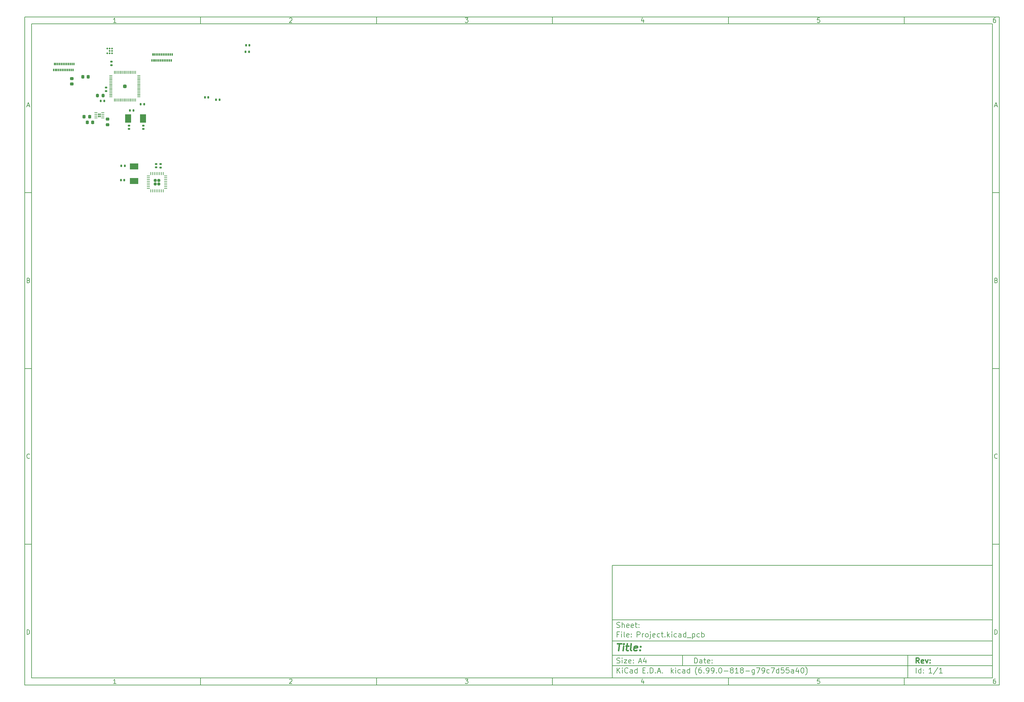
<source format=gbr>
%TF.GenerationSoftware,KiCad,Pcbnew,(6.99.0-818-g79c7d55a40)*%
%TF.CreationDate,2022-02-14T22:26:38+08:00*%
%TF.ProjectId,Project,50726f6a-6563-4742-9e6b-696361645f70,rev?*%
%TF.SameCoordinates,Original*%
%TF.FileFunction,Paste,Top*%
%TF.FilePolarity,Positive*%
%FSLAX46Y46*%
G04 Gerber Fmt 4.6, Leading zero omitted, Abs format (unit mm)*
G04 Created by KiCad (PCBNEW (6.99.0-818-g79c7d55a40)) date 2022-02-14 22:26:38*
%MOMM*%
%LPD*%
G01*
G04 APERTURE LIST*
G04 Aperture macros list*
%AMRoundRect*
0 Rectangle with rounded corners*
0 $1 Rounding radius*
0 $2 $3 $4 $5 $6 $7 $8 $9 X,Y pos of 4 corners*
0 Add a 4 corners polygon primitive as box body*
4,1,4,$2,$3,$4,$5,$6,$7,$8,$9,$2,$3,0*
0 Add four circle primitives for the rounded corners*
1,1,$1+$1,$2,$3*
1,1,$1+$1,$4,$5*
1,1,$1+$1,$6,$7*
1,1,$1+$1,$8,$9*
0 Add four rect primitives between the rounded corners*
20,1,$1+$1,$2,$3,$4,$5,0*
20,1,$1+$1,$4,$5,$6,$7,0*
20,1,$1+$1,$6,$7,$8,$9,0*
20,1,$1+$1,$8,$9,$2,$3,0*%
G04 Aperture macros list end*
%ADD10C,0.100000*%
%ADD11C,0.150000*%
%ADD12C,0.300000*%
%ADD13C,0.400000*%
%ADD14R,0.300000X0.700000*%
%ADD15RoundRect,0.140000X-0.140000X-0.170000X0.140000X-0.170000X0.140000X0.170000X-0.140000X0.170000X0*%
%ADD16C,0.500000*%
%ADD17RoundRect,0.250000X0.253488X0.253488X-0.253488X0.253488X-0.253488X-0.253488X0.253488X-0.253488X0*%
%ADD18RoundRect,0.050000X0.350000X0.050000X-0.350000X0.050000X-0.350000X-0.050000X0.350000X-0.050000X0*%
%ADD19RoundRect,0.050000X0.050000X0.350000X-0.050000X0.350000X-0.050000X-0.350000X0.050000X-0.350000X0*%
%ADD20R,2.400000X1.800000*%
%ADD21RoundRect,0.140000X0.170000X-0.140000X0.170000X0.140000X-0.170000X0.140000X-0.170000X-0.140000X0*%
%ADD22RoundRect,0.201557X-0.201556X0.201556X-0.201556X-0.201556X0.201556X-0.201556X0.201556X0.201556X0*%
%ADD23RoundRect,0.062500X-0.062500X0.375000X-0.062500X-0.375000X0.062500X-0.375000X0.062500X0.375000X0*%
%ADD24RoundRect,0.062500X-0.375000X0.062500X-0.375000X-0.062500X0.375000X-0.062500X0.375000X0.062500X0*%
%ADD25RoundRect,0.135000X0.185000X-0.135000X0.185000X0.135000X-0.185000X0.135000X-0.185000X-0.135000X0*%
%ADD26RoundRect,0.135000X-0.135000X-0.185000X0.135000X-0.185000X0.135000X0.185000X-0.135000X0.185000X0*%
%ADD27R,1.800000X2.400000*%
%ADD28RoundRect,0.225000X-0.225000X-0.250000X0.225000X-0.250000X0.225000X0.250000X-0.225000X0.250000X0*%
%ADD29RoundRect,0.218750X-0.256250X0.218750X-0.256250X-0.218750X0.256250X-0.218750X0.256250X0.218750X0*%
%ADD30RoundRect,0.080000X-0.080000X-0.160000X0.080000X-0.160000X0.080000X0.160000X-0.080000X0.160000X0*%
%ADD31RoundRect,0.062500X-0.325000X-0.062500X0.325000X-0.062500X0.325000X0.062500X-0.325000X0.062500X0*%
%ADD32RoundRect,0.200000X-0.200000X-0.275000X0.200000X-0.275000X0.200000X0.275000X-0.200000X0.275000X0*%
%ADD33RoundRect,0.218750X-0.218750X-0.256250X0.218750X-0.256250X0.218750X0.256250X-0.218750X0.256250X0*%
%ADD34RoundRect,0.225000X0.250000X-0.225000X0.250000X0.225000X-0.250000X0.225000X-0.250000X-0.225000X0*%
G04 APERTURE END LIST*
D10*
D11*
X177002200Y-166007200D02*
X177002200Y-198007200D01*
X285002200Y-198007200D01*
X285002200Y-166007200D01*
X177002200Y-166007200D01*
D10*
D11*
X10000000Y-10000000D02*
X10000000Y-200007200D01*
X287002200Y-200007200D01*
X287002200Y-10000000D01*
X10000000Y-10000000D01*
D10*
D11*
X12000000Y-12000000D02*
X12000000Y-198007200D01*
X285002200Y-198007200D01*
X285002200Y-12000000D01*
X12000000Y-12000000D01*
D10*
D11*
X60000000Y-12000000D02*
X60000000Y-10000000D01*
D10*
D11*
X110000000Y-12000000D02*
X110000000Y-10000000D01*
D10*
D11*
X160000000Y-12000000D02*
X160000000Y-10000000D01*
D10*
D11*
X210000000Y-12000000D02*
X210000000Y-10000000D01*
D10*
D11*
X260000000Y-12000000D02*
X260000000Y-10000000D01*
D10*
D11*
X35990476Y-11588095D02*
X35247619Y-11588095D01*
X35619047Y-11588095D02*
X35619047Y-10288095D01*
X35619047Y-10288095D02*
X35495238Y-10473809D01*
X35495238Y-10473809D02*
X35371428Y-10597619D01*
X35371428Y-10597619D02*
X35247619Y-10659523D01*
D10*
D11*
X85247619Y-10411904D02*
X85309523Y-10350000D01*
X85309523Y-10350000D02*
X85433333Y-10288095D01*
X85433333Y-10288095D02*
X85742857Y-10288095D01*
X85742857Y-10288095D02*
X85866666Y-10350000D01*
X85866666Y-10350000D02*
X85928571Y-10411904D01*
X85928571Y-10411904D02*
X85990476Y-10535714D01*
X85990476Y-10535714D02*
X85990476Y-10659523D01*
X85990476Y-10659523D02*
X85928571Y-10845238D01*
X85928571Y-10845238D02*
X85185714Y-11588095D01*
X85185714Y-11588095D02*
X85990476Y-11588095D01*
D10*
D11*
X135185714Y-10288095D02*
X135990476Y-10288095D01*
X135990476Y-10288095D02*
X135557142Y-10783333D01*
X135557142Y-10783333D02*
X135742857Y-10783333D01*
X135742857Y-10783333D02*
X135866666Y-10845238D01*
X135866666Y-10845238D02*
X135928571Y-10907142D01*
X135928571Y-10907142D02*
X135990476Y-11030952D01*
X135990476Y-11030952D02*
X135990476Y-11340476D01*
X135990476Y-11340476D02*
X135928571Y-11464285D01*
X135928571Y-11464285D02*
X135866666Y-11526190D01*
X135866666Y-11526190D02*
X135742857Y-11588095D01*
X135742857Y-11588095D02*
X135371428Y-11588095D01*
X135371428Y-11588095D02*
X135247619Y-11526190D01*
X135247619Y-11526190D02*
X135185714Y-11464285D01*
D10*
D11*
X185866666Y-10721428D02*
X185866666Y-11588095D01*
X185557142Y-10226190D02*
X185247619Y-11154761D01*
X185247619Y-11154761D02*
X186052380Y-11154761D01*
D10*
D11*
X235928571Y-10288095D02*
X235309523Y-10288095D01*
X235309523Y-10288095D02*
X235247619Y-10907142D01*
X235247619Y-10907142D02*
X235309523Y-10845238D01*
X235309523Y-10845238D02*
X235433333Y-10783333D01*
X235433333Y-10783333D02*
X235742857Y-10783333D01*
X235742857Y-10783333D02*
X235866666Y-10845238D01*
X235866666Y-10845238D02*
X235928571Y-10907142D01*
X235928571Y-10907142D02*
X235990476Y-11030952D01*
X235990476Y-11030952D02*
X235990476Y-11340476D01*
X235990476Y-11340476D02*
X235928571Y-11464285D01*
X235928571Y-11464285D02*
X235866666Y-11526190D01*
X235866666Y-11526190D02*
X235742857Y-11588095D01*
X235742857Y-11588095D02*
X235433333Y-11588095D01*
X235433333Y-11588095D02*
X235309523Y-11526190D01*
X235309523Y-11526190D02*
X235247619Y-11464285D01*
D10*
D11*
X285866666Y-10288095D02*
X285619047Y-10288095D01*
X285619047Y-10288095D02*
X285495238Y-10350000D01*
X285495238Y-10350000D02*
X285433333Y-10411904D01*
X285433333Y-10411904D02*
X285309523Y-10597619D01*
X285309523Y-10597619D02*
X285247619Y-10845238D01*
X285247619Y-10845238D02*
X285247619Y-11340476D01*
X285247619Y-11340476D02*
X285309523Y-11464285D01*
X285309523Y-11464285D02*
X285371428Y-11526190D01*
X285371428Y-11526190D02*
X285495238Y-11588095D01*
X285495238Y-11588095D02*
X285742857Y-11588095D01*
X285742857Y-11588095D02*
X285866666Y-11526190D01*
X285866666Y-11526190D02*
X285928571Y-11464285D01*
X285928571Y-11464285D02*
X285990476Y-11340476D01*
X285990476Y-11340476D02*
X285990476Y-11030952D01*
X285990476Y-11030952D02*
X285928571Y-10907142D01*
X285928571Y-10907142D02*
X285866666Y-10845238D01*
X285866666Y-10845238D02*
X285742857Y-10783333D01*
X285742857Y-10783333D02*
X285495238Y-10783333D01*
X285495238Y-10783333D02*
X285371428Y-10845238D01*
X285371428Y-10845238D02*
X285309523Y-10907142D01*
X285309523Y-10907142D02*
X285247619Y-11030952D01*
D10*
D11*
X60000000Y-198007200D02*
X60000000Y-200007200D01*
D10*
D11*
X110000000Y-198007200D02*
X110000000Y-200007200D01*
D10*
D11*
X160000000Y-198007200D02*
X160000000Y-200007200D01*
D10*
D11*
X210000000Y-198007200D02*
X210000000Y-200007200D01*
D10*
D11*
X260000000Y-198007200D02*
X260000000Y-200007200D01*
D10*
D11*
X35990476Y-199595295D02*
X35247619Y-199595295D01*
X35619047Y-199595295D02*
X35619047Y-198295295D01*
X35619047Y-198295295D02*
X35495238Y-198481009D01*
X35495238Y-198481009D02*
X35371428Y-198604819D01*
X35371428Y-198604819D02*
X35247619Y-198666723D01*
D10*
D11*
X85247619Y-198419104D02*
X85309523Y-198357200D01*
X85309523Y-198357200D02*
X85433333Y-198295295D01*
X85433333Y-198295295D02*
X85742857Y-198295295D01*
X85742857Y-198295295D02*
X85866666Y-198357200D01*
X85866666Y-198357200D02*
X85928571Y-198419104D01*
X85928571Y-198419104D02*
X85990476Y-198542914D01*
X85990476Y-198542914D02*
X85990476Y-198666723D01*
X85990476Y-198666723D02*
X85928571Y-198852438D01*
X85928571Y-198852438D02*
X85185714Y-199595295D01*
X85185714Y-199595295D02*
X85990476Y-199595295D01*
D10*
D11*
X135185714Y-198295295D02*
X135990476Y-198295295D01*
X135990476Y-198295295D02*
X135557142Y-198790533D01*
X135557142Y-198790533D02*
X135742857Y-198790533D01*
X135742857Y-198790533D02*
X135866666Y-198852438D01*
X135866666Y-198852438D02*
X135928571Y-198914342D01*
X135928571Y-198914342D02*
X135990476Y-199038152D01*
X135990476Y-199038152D02*
X135990476Y-199347676D01*
X135990476Y-199347676D02*
X135928571Y-199471485D01*
X135928571Y-199471485D02*
X135866666Y-199533390D01*
X135866666Y-199533390D02*
X135742857Y-199595295D01*
X135742857Y-199595295D02*
X135371428Y-199595295D01*
X135371428Y-199595295D02*
X135247619Y-199533390D01*
X135247619Y-199533390D02*
X135185714Y-199471485D01*
D10*
D11*
X185866666Y-198728628D02*
X185866666Y-199595295D01*
X185557142Y-198233390D02*
X185247619Y-199161961D01*
X185247619Y-199161961D02*
X186052380Y-199161961D01*
D10*
D11*
X235928571Y-198295295D02*
X235309523Y-198295295D01*
X235309523Y-198295295D02*
X235247619Y-198914342D01*
X235247619Y-198914342D02*
X235309523Y-198852438D01*
X235309523Y-198852438D02*
X235433333Y-198790533D01*
X235433333Y-198790533D02*
X235742857Y-198790533D01*
X235742857Y-198790533D02*
X235866666Y-198852438D01*
X235866666Y-198852438D02*
X235928571Y-198914342D01*
X235928571Y-198914342D02*
X235990476Y-199038152D01*
X235990476Y-199038152D02*
X235990476Y-199347676D01*
X235990476Y-199347676D02*
X235928571Y-199471485D01*
X235928571Y-199471485D02*
X235866666Y-199533390D01*
X235866666Y-199533390D02*
X235742857Y-199595295D01*
X235742857Y-199595295D02*
X235433333Y-199595295D01*
X235433333Y-199595295D02*
X235309523Y-199533390D01*
X235309523Y-199533390D02*
X235247619Y-199471485D01*
D10*
D11*
X285866666Y-198295295D02*
X285619047Y-198295295D01*
X285619047Y-198295295D02*
X285495238Y-198357200D01*
X285495238Y-198357200D02*
X285433333Y-198419104D01*
X285433333Y-198419104D02*
X285309523Y-198604819D01*
X285309523Y-198604819D02*
X285247619Y-198852438D01*
X285247619Y-198852438D02*
X285247619Y-199347676D01*
X285247619Y-199347676D02*
X285309523Y-199471485D01*
X285309523Y-199471485D02*
X285371428Y-199533390D01*
X285371428Y-199533390D02*
X285495238Y-199595295D01*
X285495238Y-199595295D02*
X285742857Y-199595295D01*
X285742857Y-199595295D02*
X285866666Y-199533390D01*
X285866666Y-199533390D02*
X285928571Y-199471485D01*
X285928571Y-199471485D02*
X285990476Y-199347676D01*
X285990476Y-199347676D02*
X285990476Y-199038152D01*
X285990476Y-199038152D02*
X285928571Y-198914342D01*
X285928571Y-198914342D02*
X285866666Y-198852438D01*
X285866666Y-198852438D02*
X285742857Y-198790533D01*
X285742857Y-198790533D02*
X285495238Y-198790533D01*
X285495238Y-198790533D02*
X285371428Y-198852438D01*
X285371428Y-198852438D02*
X285309523Y-198914342D01*
X285309523Y-198914342D02*
X285247619Y-199038152D01*
D10*
D11*
X10000000Y-60000000D02*
X12000000Y-60000000D01*
D10*
D11*
X10000000Y-110000000D02*
X12000000Y-110000000D01*
D10*
D11*
X10000000Y-160000000D02*
X12000000Y-160000000D01*
D10*
D11*
X10690476Y-35216666D02*
X11309523Y-35216666D01*
X10566666Y-35588095D02*
X10999999Y-34288095D01*
X10999999Y-34288095D02*
X11433333Y-35588095D01*
D10*
D11*
X11092857Y-84907142D02*
X11278571Y-84969047D01*
X11278571Y-84969047D02*
X11340476Y-85030952D01*
X11340476Y-85030952D02*
X11402380Y-85154761D01*
X11402380Y-85154761D02*
X11402380Y-85340476D01*
X11402380Y-85340476D02*
X11340476Y-85464285D01*
X11340476Y-85464285D02*
X11278571Y-85526190D01*
X11278571Y-85526190D02*
X11154761Y-85588095D01*
X11154761Y-85588095D02*
X10659523Y-85588095D01*
X10659523Y-85588095D02*
X10659523Y-84288095D01*
X10659523Y-84288095D02*
X11092857Y-84288095D01*
X11092857Y-84288095D02*
X11216666Y-84350000D01*
X11216666Y-84350000D02*
X11278571Y-84411904D01*
X11278571Y-84411904D02*
X11340476Y-84535714D01*
X11340476Y-84535714D02*
X11340476Y-84659523D01*
X11340476Y-84659523D02*
X11278571Y-84783333D01*
X11278571Y-84783333D02*
X11216666Y-84845238D01*
X11216666Y-84845238D02*
X11092857Y-84907142D01*
X11092857Y-84907142D02*
X10659523Y-84907142D01*
D10*
D11*
X11402380Y-135464285D02*
X11340476Y-135526190D01*
X11340476Y-135526190D02*
X11154761Y-135588095D01*
X11154761Y-135588095D02*
X11030952Y-135588095D01*
X11030952Y-135588095D02*
X10845238Y-135526190D01*
X10845238Y-135526190D02*
X10721428Y-135402380D01*
X10721428Y-135402380D02*
X10659523Y-135278571D01*
X10659523Y-135278571D02*
X10597619Y-135030952D01*
X10597619Y-135030952D02*
X10597619Y-134845238D01*
X10597619Y-134845238D02*
X10659523Y-134597619D01*
X10659523Y-134597619D02*
X10721428Y-134473809D01*
X10721428Y-134473809D02*
X10845238Y-134350000D01*
X10845238Y-134350000D02*
X11030952Y-134288095D01*
X11030952Y-134288095D02*
X11154761Y-134288095D01*
X11154761Y-134288095D02*
X11340476Y-134350000D01*
X11340476Y-134350000D02*
X11402380Y-134411904D01*
D10*
D11*
X10659523Y-185588095D02*
X10659523Y-184288095D01*
X10659523Y-184288095D02*
X10969047Y-184288095D01*
X10969047Y-184288095D02*
X11154761Y-184350000D01*
X11154761Y-184350000D02*
X11278571Y-184473809D01*
X11278571Y-184473809D02*
X11340476Y-184597619D01*
X11340476Y-184597619D02*
X11402380Y-184845238D01*
X11402380Y-184845238D02*
X11402380Y-185030952D01*
X11402380Y-185030952D02*
X11340476Y-185278571D01*
X11340476Y-185278571D02*
X11278571Y-185402380D01*
X11278571Y-185402380D02*
X11154761Y-185526190D01*
X11154761Y-185526190D02*
X10969047Y-185588095D01*
X10969047Y-185588095D02*
X10659523Y-185588095D01*
D10*
D11*
X287002200Y-60000000D02*
X285002200Y-60000000D01*
D10*
D11*
X287002200Y-110000000D02*
X285002200Y-110000000D01*
D10*
D11*
X287002200Y-160000000D02*
X285002200Y-160000000D01*
D10*
D11*
X285692676Y-35216666D02*
X286311723Y-35216666D01*
X285568866Y-35588095D02*
X286002199Y-34288095D01*
X286002199Y-34288095D02*
X286435533Y-35588095D01*
D10*
D11*
X286095057Y-84907142D02*
X286280771Y-84969047D01*
X286280771Y-84969047D02*
X286342676Y-85030952D01*
X286342676Y-85030952D02*
X286404580Y-85154761D01*
X286404580Y-85154761D02*
X286404580Y-85340476D01*
X286404580Y-85340476D02*
X286342676Y-85464285D01*
X286342676Y-85464285D02*
X286280771Y-85526190D01*
X286280771Y-85526190D02*
X286156961Y-85588095D01*
X286156961Y-85588095D02*
X285661723Y-85588095D01*
X285661723Y-85588095D02*
X285661723Y-84288095D01*
X285661723Y-84288095D02*
X286095057Y-84288095D01*
X286095057Y-84288095D02*
X286218866Y-84350000D01*
X286218866Y-84350000D02*
X286280771Y-84411904D01*
X286280771Y-84411904D02*
X286342676Y-84535714D01*
X286342676Y-84535714D02*
X286342676Y-84659523D01*
X286342676Y-84659523D02*
X286280771Y-84783333D01*
X286280771Y-84783333D02*
X286218866Y-84845238D01*
X286218866Y-84845238D02*
X286095057Y-84907142D01*
X286095057Y-84907142D02*
X285661723Y-84907142D01*
D10*
D11*
X286404580Y-135464285D02*
X286342676Y-135526190D01*
X286342676Y-135526190D02*
X286156961Y-135588095D01*
X286156961Y-135588095D02*
X286033152Y-135588095D01*
X286033152Y-135588095D02*
X285847438Y-135526190D01*
X285847438Y-135526190D02*
X285723628Y-135402380D01*
X285723628Y-135402380D02*
X285661723Y-135278571D01*
X285661723Y-135278571D02*
X285599819Y-135030952D01*
X285599819Y-135030952D02*
X285599819Y-134845238D01*
X285599819Y-134845238D02*
X285661723Y-134597619D01*
X285661723Y-134597619D02*
X285723628Y-134473809D01*
X285723628Y-134473809D02*
X285847438Y-134350000D01*
X285847438Y-134350000D02*
X286033152Y-134288095D01*
X286033152Y-134288095D02*
X286156961Y-134288095D01*
X286156961Y-134288095D02*
X286342676Y-134350000D01*
X286342676Y-134350000D02*
X286404580Y-134411904D01*
D10*
D11*
X285661723Y-185588095D02*
X285661723Y-184288095D01*
X285661723Y-184288095D02*
X285971247Y-184288095D01*
X285971247Y-184288095D02*
X286156961Y-184350000D01*
X286156961Y-184350000D02*
X286280771Y-184473809D01*
X286280771Y-184473809D02*
X286342676Y-184597619D01*
X286342676Y-184597619D02*
X286404580Y-184845238D01*
X286404580Y-184845238D02*
X286404580Y-185030952D01*
X286404580Y-185030952D02*
X286342676Y-185278571D01*
X286342676Y-185278571D02*
X286280771Y-185402380D01*
X286280771Y-185402380D02*
X286156961Y-185526190D01*
X286156961Y-185526190D02*
X285971247Y-185588095D01*
X285971247Y-185588095D02*
X285661723Y-185588095D01*
D10*
D11*
X200359342Y-193785771D02*
X200359342Y-192285771D01*
X200359342Y-192285771D02*
X200716485Y-192285771D01*
X200716485Y-192285771D02*
X200930771Y-192357200D01*
X200930771Y-192357200D02*
X201073628Y-192500057D01*
X201073628Y-192500057D02*
X201145057Y-192642914D01*
X201145057Y-192642914D02*
X201216485Y-192928628D01*
X201216485Y-192928628D02*
X201216485Y-193142914D01*
X201216485Y-193142914D02*
X201145057Y-193428628D01*
X201145057Y-193428628D02*
X201073628Y-193571485D01*
X201073628Y-193571485D02*
X200930771Y-193714342D01*
X200930771Y-193714342D02*
X200716485Y-193785771D01*
X200716485Y-193785771D02*
X200359342Y-193785771D01*
X202502200Y-193785771D02*
X202502200Y-193000057D01*
X202502200Y-193000057D02*
X202430771Y-192857200D01*
X202430771Y-192857200D02*
X202287914Y-192785771D01*
X202287914Y-192785771D02*
X202002200Y-192785771D01*
X202002200Y-192785771D02*
X201859342Y-192857200D01*
X202502200Y-193714342D02*
X202359342Y-193785771D01*
X202359342Y-193785771D02*
X202002200Y-193785771D01*
X202002200Y-193785771D02*
X201859342Y-193714342D01*
X201859342Y-193714342D02*
X201787914Y-193571485D01*
X201787914Y-193571485D02*
X201787914Y-193428628D01*
X201787914Y-193428628D02*
X201859342Y-193285771D01*
X201859342Y-193285771D02*
X202002200Y-193214342D01*
X202002200Y-193214342D02*
X202359342Y-193214342D01*
X202359342Y-193214342D02*
X202502200Y-193142914D01*
X203002200Y-192785771D02*
X203573628Y-192785771D01*
X203216485Y-192285771D02*
X203216485Y-193571485D01*
X203216485Y-193571485D02*
X203287914Y-193714342D01*
X203287914Y-193714342D02*
X203430771Y-193785771D01*
X203430771Y-193785771D02*
X203573628Y-193785771D01*
X204645057Y-193714342D02*
X204502200Y-193785771D01*
X204502200Y-193785771D02*
X204216486Y-193785771D01*
X204216486Y-193785771D02*
X204073628Y-193714342D01*
X204073628Y-193714342D02*
X204002200Y-193571485D01*
X204002200Y-193571485D02*
X204002200Y-193000057D01*
X204002200Y-193000057D02*
X204073628Y-192857200D01*
X204073628Y-192857200D02*
X204216486Y-192785771D01*
X204216486Y-192785771D02*
X204502200Y-192785771D01*
X204502200Y-192785771D02*
X204645057Y-192857200D01*
X204645057Y-192857200D02*
X204716486Y-193000057D01*
X204716486Y-193000057D02*
X204716486Y-193142914D01*
X204716486Y-193142914D02*
X204002200Y-193285771D01*
X205359342Y-193642914D02*
X205430771Y-193714342D01*
X205430771Y-193714342D02*
X205359342Y-193785771D01*
X205359342Y-193785771D02*
X205287914Y-193714342D01*
X205287914Y-193714342D02*
X205359342Y-193642914D01*
X205359342Y-193642914D02*
X205359342Y-193785771D01*
X205359342Y-192857200D02*
X205430771Y-192928628D01*
X205430771Y-192928628D02*
X205359342Y-193000057D01*
X205359342Y-193000057D02*
X205287914Y-192928628D01*
X205287914Y-192928628D02*
X205359342Y-192857200D01*
X205359342Y-192857200D02*
X205359342Y-193000057D01*
D10*
D11*
X177002200Y-194507200D02*
X285002200Y-194507200D01*
D10*
D11*
X178359342Y-196585771D02*
X178359342Y-195085771D01*
X179216485Y-196585771D02*
X178573628Y-195728628D01*
X179216485Y-195085771D02*
X178359342Y-195942914D01*
X179859342Y-196585771D02*
X179859342Y-195585771D01*
X179859342Y-195085771D02*
X179787914Y-195157200D01*
X179787914Y-195157200D02*
X179859342Y-195228628D01*
X179859342Y-195228628D02*
X179930771Y-195157200D01*
X179930771Y-195157200D02*
X179859342Y-195085771D01*
X179859342Y-195085771D02*
X179859342Y-195228628D01*
X181430771Y-196442914D02*
X181359343Y-196514342D01*
X181359343Y-196514342D02*
X181145057Y-196585771D01*
X181145057Y-196585771D02*
X181002200Y-196585771D01*
X181002200Y-196585771D02*
X180787914Y-196514342D01*
X180787914Y-196514342D02*
X180645057Y-196371485D01*
X180645057Y-196371485D02*
X180573628Y-196228628D01*
X180573628Y-196228628D02*
X180502200Y-195942914D01*
X180502200Y-195942914D02*
X180502200Y-195728628D01*
X180502200Y-195728628D02*
X180573628Y-195442914D01*
X180573628Y-195442914D02*
X180645057Y-195300057D01*
X180645057Y-195300057D02*
X180787914Y-195157200D01*
X180787914Y-195157200D02*
X181002200Y-195085771D01*
X181002200Y-195085771D02*
X181145057Y-195085771D01*
X181145057Y-195085771D02*
X181359343Y-195157200D01*
X181359343Y-195157200D02*
X181430771Y-195228628D01*
X182716486Y-196585771D02*
X182716486Y-195800057D01*
X182716486Y-195800057D02*
X182645057Y-195657200D01*
X182645057Y-195657200D02*
X182502200Y-195585771D01*
X182502200Y-195585771D02*
X182216486Y-195585771D01*
X182216486Y-195585771D02*
X182073628Y-195657200D01*
X182716486Y-196514342D02*
X182573628Y-196585771D01*
X182573628Y-196585771D02*
X182216486Y-196585771D01*
X182216486Y-196585771D02*
X182073628Y-196514342D01*
X182073628Y-196514342D02*
X182002200Y-196371485D01*
X182002200Y-196371485D02*
X182002200Y-196228628D01*
X182002200Y-196228628D02*
X182073628Y-196085771D01*
X182073628Y-196085771D02*
X182216486Y-196014342D01*
X182216486Y-196014342D02*
X182573628Y-196014342D01*
X182573628Y-196014342D02*
X182716486Y-195942914D01*
X184073629Y-196585771D02*
X184073629Y-195085771D01*
X184073629Y-196514342D02*
X183930771Y-196585771D01*
X183930771Y-196585771D02*
X183645057Y-196585771D01*
X183645057Y-196585771D02*
X183502200Y-196514342D01*
X183502200Y-196514342D02*
X183430771Y-196442914D01*
X183430771Y-196442914D02*
X183359343Y-196300057D01*
X183359343Y-196300057D02*
X183359343Y-195871485D01*
X183359343Y-195871485D02*
X183430771Y-195728628D01*
X183430771Y-195728628D02*
X183502200Y-195657200D01*
X183502200Y-195657200D02*
X183645057Y-195585771D01*
X183645057Y-195585771D02*
X183930771Y-195585771D01*
X183930771Y-195585771D02*
X184073629Y-195657200D01*
X185687914Y-195800057D02*
X186187914Y-195800057D01*
X186402200Y-196585771D02*
X185687914Y-196585771D01*
X185687914Y-196585771D02*
X185687914Y-195085771D01*
X185687914Y-195085771D02*
X186402200Y-195085771D01*
X187045057Y-196442914D02*
X187116486Y-196514342D01*
X187116486Y-196514342D02*
X187045057Y-196585771D01*
X187045057Y-196585771D02*
X186973629Y-196514342D01*
X186973629Y-196514342D02*
X187045057Y-196442914D01*
X187045057Y-196442914D02*
X187045057Y-196585771D01*
X187759343Y-196585771D02*
X187759343Y-195085771D01*
X187759343Y-195085771D02*
X188116486Y-195085771D01*
X188116486Y-195085771D02*
X188330772Y-195157200D01*
X188330772Y-195157200D02*
X188473629Y-195300057D01*
X188473629Y-195300057D02*
X188545058Y-195442914D01*
X188545058Y-195442914D02*
X188616486Y-195728628D01*
X188616486Y-195728628D02*
X188616486Y-195942914D01*
X188616486Y-195942914D02*
X188545058Y-196228628D01*
X188545058Y-196228628D02*
X188473629Y-196371485D01*
X188473629Y-196371485D02*
X188330772Y-196514342D01*
X188330772Y-196514342D02*
X188116486Y-196585771D01*
X188116486Y-196585771D02*
X187759343Y-196585771D01*
X189259343Y-196442914D02*
X189330772Y-196514342D01*
X189330772Y-196514342D02*
X189259343Y-196585771D01*
X189259343Y-196585771D02*
X189187915Y-196514342D01*
X189187915Y-196514342D02*
X189259343Y-196442914D01*
X189259343Y-196442914D02*
X189259343Y-196585771D01*
X189902201Y-196157200D02*
X190616487Y-196157200D01*
X189759344Y-196585771D02*
X190259344Y-195085771D01*
X190259344Y-195085771D02*
X190759344Y-196585771D01*
X191259343Y-196442914D02*
X191330772Y-196514342D01*
X191330772Y-196514342D02*
X191259343Y-196585771D01*
X191259343Y-196585771D02*
X191187915Y-196514342D01*
X191187915Y-196514342D02*
X191259343Y-196442914D01*
X191259343Y-196442914D02*
X191259343Y-196585771D01*
X193773629Y-196585771D02*
X193773629Y-195085771D01*
X193916487Y-196014342D02*
X194345058Y-196585771D01*
X194345058Y-195585771D02*
X193773629Y-196157200D01*
X194987915Y-196585771D02*
X194987915Y-195585771D01*
X194987915Y-195085771D02*
X194916487Y-195157200D01*
X194916487Y-195157200D02*
X194987915Y-195228628D01*
X194987915Y-195228628D02*
X195059344Y-195157200D01*
X195059344Y-195157200D02*
X194987915Y-195085771D01*
X194987915Y-195085771D02*
X194987915Y-195228628D01*
X196345059Y-196514342D02*
X196202201Y-196585771D01*
X196202201Y-196585771D02*
X195916487Y-196585771D01*
X195916487Y-196585771D02*
X195773630Y-196514342D01*
X195773630Y-196514342D02*
X195702201Y-196442914D01*
X195702201Y-196442914D02*
X195630773Y-196300057D01*
X195630773Y-196300057D02*
X195630773Y-195871485D01*
X195630773Y-195871485D02*
X195702201Y-195728628D01*
X195702201Y-195728628D02*
X195773630Y-195657200D01*
X195773630Y-195657200D02*
X195916487Y-195585771D01*
X195916487Y-195585771D02*
X196202201Y-195585771D01*
X196202201Y-195585771D02*
X196345059Y-195657200D01*
X197630773Y-196585771D02*
X197630773Y-195800057D01*
X197630773Y-195800057D02*
X197559344Y-195657200D01*
X197559344Y-195657200D02*
X197416487Y-195585771D01*
X197416487Y-195585771D02*
X197130773Y-195585771D01*
X197130773Y-195585771D02*
X196987915Y-195657200D01*
X197630773Y-196514342D02*
X197487915Y-196585771D01*
X197487915Y-196585771D02*
X197130773Y-196585771D01*
X197130773Y-196585771D02*
X196987915Y-196514342D01*
X196987915Y-196514342D02*
X196916487Y-196371485D01*
X196916487Y-196371485D02*
X196916487Y-196228628D01*
X196916487Y-196228628D02*
X196987915Y-196085771D01*
X196987915Y-196085771D02*
X197130773Y-196014342D01*
X197130773Y-196014342D02*
X197487915Y-196014342D01*
X197487915Y-196014342D02*
X197630773Y-195942914D01*
X198987916Y-196585771D02*
X198987916Y-195085771D01*
X198987916Y-196514342D02*
X198845058Y-196585771D01*
X198845058Y-196585771D02*
X198559344Y-196585771D01*
X198559344Y-196585771D02*
X198416487Y-196514342D01*
X198416487Y-196514342D02*
X198345058Y-196442914D01*
X198345058Y-196442914D02*
X198273630Y-196300057D01*
X198273630Y-196300057D02*
X198273630Y-195871485D01*
X198273630Y-195871485D02*
X198345058Y-195728628D01*
X198345058Y-195728628D02*
X198416487Y-195657200D01*
X198416487Y-195657200D02*
X198559344Y-195585771D01*
X198559344Y-195585771D02*
X198845058Y-195585771D01*
X198845058Y-195585771D02*
X198987916Y-195657200D01*
X201030773Y-197157200D02*
X200959344Y-197085771D01*
X200959344Y-197085771D02*
X200816487Y-196871485D01*
X200816487Y-196871485D02*
X200745059Y-196728628D01*
X200745059Y-196728628D02*
X200673630Y-196514342D01*
X200673630Y-196514342D02*
X200602201Y-196157200D01*
X200602201Y-196157200D02*
X200602201Y-195871485D01*
X200602201Y-195871485D02*
X200673630Y-195514342D01*
X200673630Y-195514342D02*
X200745059Y-195300057D01*
X200745059Y-195300057D02*
X200816487Y-195157200D01*
X200816487Y-195157200D02*
X200959344Y-194942914D01*
X200959344Y-194942914D02*
X201030773Y-194871485D01*
X202245059Y-195085771D02*
X201959344Y-195085771D01*
X201959344Y-195085771D02*
X201816487Y-195157200D01*
X201816487Y-195157200D02*
X201745059Y-195228628D01*
X201745059Y-195228628D02*
X201602201Y-195442914D01*
X201602201Y-195442914D02*
X201530773Y-195728628D01*
X201530773Y-195728628D02*
X201530773Y-196300057D01*
X201530773Y-196300057D02*
X201602201Y-196442914D01*
X201602201Y-196442914D02*
X201673630Y-196514342D01*
X201673630Y-196514342D02*
X201816487Y-196585771D01*
X201816487Y-196585771D02*
X202102201Y-196585771D01*
X202102201Y-196585771D02*
X202245059Y-196514342D01*
X202245059Y-196514342D02*
X202316487Y-196442914D01*
X202316487Y-196442914D02*
X202387916Y-196300057D01*
X202387916Y-196300057D02*
X202387916Y-195942914D01*
X202387916Y-195942914D02*
X202316487Y-195800057D01*
X202316487Y-195800057D02*
X202245059Y-195728628D01*
X202245059Y-195728628D02*
X202102201Y-195657200D01*
X202102201Y-195657200D02*
X201816487Y-195657200D01*
X201816487Y-195657200D02*
X201673630Y-195728628D01*
X201673630Y-195728628D02*
X201602201Y-195800057D01*
X201602201Y-195800057D02*
X201530773Y-195942914D01*
X203030772Y-196442914D02*
X203102201Y-196514342D01*
X203102201Y-196514342D02*
X203030772Y-196585771D01*
X203030772Y-196585771D02*
X202959344Y-196514342D01*
X202959344Y-196514342D02*
X203030772Y-196442914D01*
X203030772Y-196442914D02*
X203030772Y-196585771D01*
X203816487Y-196585771D02*
X204102201Y-196585771D01*
X204102201Y-196585771D02*
X204245058Y-196514342D01*
X204245058Y-196514342D02*
X204316487Y-196442914D01*
X204316487Y-196442914D02*
X204459344Y-196228628D01*
X204459344Y-196228628D02*
X204530773Y-195942914D01*
X204530773Y-195942914D02*
X204530773Y-195371485D01*
X204530773Y-195371485D02*
X204459344Y-195228628D01*
X204459344Y-195228628D02*
X204387916Y-195157200D01*
X204387916Y-195157200D02*
X204245058Y-195085771D01*
X204245058Y-195085771D02*
X203959344Y-195085771D01*
X203959344Y-195085771D02*
X203816487Y-195157200D01*
X203816487Y-195157200D02*
X203745058Y-195228628D01*
X203745058Y-195228628D02*
X203673630Y-195371485D01*
X203673630Y-195371485D02*
X203673630Y-195728628D01*
X203673630Y-195728628D02*
X203745058Y-195871485D01*
X203745058Y-195871485D02*
X203816487Y-195942914D01*
X203816487Y-195942914D02*
X203959344Y-196014342D01*
X203959344Y-196014342D02*
X204245058Y-196014342D01*
X204245058Y-196014342D02*
X204387916Y-195942914D01*
X204387916Y-195942914D02*
X204459344Y-195871485D01*
X204459344Y-195871485D02*
X204530773Y-195728628D01*
X205245058Y-196585771D02*
X205530772Y-196585771D01*
X205530772Y-196585771D02*
X205673629Y-196514342D01*
X205673629Y-196514342D02*
X205745058Y-196442914D01*
X205745058Y-196442914D02*
X205887915Y-196228628D01*
X205887915Y-196228628D02*
X205959344Y-195942914D01*
X205959344Y-195942914D02*
X205959344Y-195371485D01*
X205959344Y-195371485D02*
X205887915Y-195228628D01*
X205887915Y-195228628D02*
X205816487Y-195157200D01*
X205816487Y-195157200D02*
X205673629Y-195085771D01*
X205673629Y-195085771D02*
X205387915Y-195085771D01*
X205387915Y-195085771D02*
X205245058Y-195157200D01*
X205245058Y-195157200D02*
X205173629Y-195228628D01*
X205173629Y-195228628D02*
X205102201Y-195371485D01*
X205102201Y-195371485D02*
X205102201Y-195728628D01*
X205102201Y-195728628D02*
X205173629Y-195871485D01*
X205173629Y-195871485D02*
X205245058Y-195942914D01*
X205245058Y-195942914D02*
X205387915Y-196014342D01*
X205387915Y-196014342D02*
X205673629Y-196014342D01*
X205673629Y-196014342D02*
X205816487Y-195942914D01*
X205816487Y-195942914D02*
X205887915Y-195871485D01*
X205887915Y-195871485D02*
X205959344Y-195728628D01*
X206602200Y-196442914D02*
X206673629Y-196514342D01*
X206673629Y-196514342D02*
X206602200Y-196585771D01*
X206602200Y-196585771D02*
X206530772Y-196514342D01*
X206530772Y-196514342D02*
X206602200Y-196442914D01*
X206602200Y-196442914D02*
X206602200Y-196585771D01*
X207602201Y-195085771D02*
X207745058Y-195085771D01*
X207745058Y-195085771D02*
X207887915Y-195157200D01*
X207887915Y-195157200D02*
X207959344Y-195228628D01*
X207959344Y-195228628D02*
X208030772Y-195371485D01*
X208030772Y-195371485D02*
X208102201Y-195657200D01*
X208102201Y-195657200D02*
X208102201Y-196014342D01*
X208102201Y-196014342D02*
X208030772Y-196300057D01*
X208030772Y-196300057D02*
X207959344Y-196442914D01*
X207959344Y-196442914D02*
X207887915Y-196514342D01*
X207887915Y-196514342D02*
X207745058Y-196585771D01*
X207745058Y-196585771D02*
X207602201Y-196585771D01*
X207602201Y-196585771D02*
X207459344Y-196514342D01*
X207459344Y-196514342D02*
X207387915Y-196442914D01*
X207387915Y-196442914D02*
X207316486Y-196300057D01*
X207316486Y-196300057D02*
X207245058Y-196014342D01*
X207245058Y-196014342D02*
X207245058Y-195657200D01*
X207245058Y-195657200D02*
X207316486Y-195371485D01*
X207316486Y-195371485D02*
X207387915Y-195228628D01*
X207387915Y-195228628D02*
X207459344Y-195157200D01*
X207459344Y-195157200D02*
X207602201Y-195085771D01*
X208745057Y-196014342D02*
X209887915Y-196014342D01*
X210816486Y-195728628D02*
X210673629Y-195657200D01*
X210673629Y-195657200D02*
X210602200Y-195585771D01*
X210602200Y-195585771D02*
X210530772Y-195442914D01*
X210530772Y-195442914D02*
X210530772Y-195371485D01*
X210530772Y-195371485D02*
X210602200Y-195228628D01*
X210602200Y-195228628D02*
X210673629Y-195157200D01*
X210673629Y-195157200D02*
X210816486Y-195085771D01*
X210816486Y-195085771D02*
X211102200Y-195085771D01*
X211102200Y-195085771D02*
X211245058Y-195157200D01*
X211245058Y-195157200D02*
X211316486Y-195228628D01*
X211316486Y-195228628D02*
X211387915Y-195371485D01*
X211387915Y-195371485D02*
X211387915Y-195442914D01*
X211387915Y-195442914D02*
X211316486Y-195585771D01*
X211316486Y-195585771D02*
X211245058Y-195657200D01*
X211245058Y-195657200D02*
X211102200Y-195728628D01*
X211102200Y-195728628D02*
X210816486Y-195728628D01*
X210816486Y-195728628D02*
X210673629Y-195800057D01*
X210673629Y-195800057D02*
X210602200Y-195871485D01*
X210602200Y-195871485D02*
X210530772Y-196014342D01*
X210530772Y-196014342D02*
X210530772Y-196300057D01*
X210530772Y-196300057D02*
X210602200Y-196442914D01*
X210602200Y-196442914D02*
X210673629Y-196514342D01*
X210673629Y-196514342D02*
X210816486Y-196585771D01*
X210816486Y-196585771D02*
X211102200Y-196585771D01*
X211102200Y-196585771D02*
X211245058Y-196514342D01*
X211245058Y-196514342D02*
X211316486Y-196442914D01*
X211316486Y-196442914D02*
X211387915Y-196300057D01*
X211387915Y-196300057D02*
X211387915Y-196014342D01*
X211387915Y-196014342D02*
X211316486Y-195871485D01*
X211316486Y-195871485D02*
X211245058Y-195800057D01*
X211245058Y-195800057D02*
X211102200Y-195728628D01*
X212816486Y-196585771D02*
X211959343Y-196585771D01*
X212387914Y-196585771D02*
X212387914Y-195085771D01*
X212387914Y-195085771D02*
X212245057Y-195300057D01*
X212245057Y-195300057D02*
X212102200Y-195442914D01*
X212102200Y-195442914D02*
X211959343Y-195514342D01*
X213673628Y-195728628D02*
X213530771Y-195657200D01*
X213530771Y-195657200D02*
X213459342Y-195585771D01*
X213459342Y-195585771D02*
X213387914Y-195442914D01*
X213387914Y-195442914D02*
X213387914Y-195371485D01*
X213387914Y-195371485D02*
X213459342Y-195228628D01*
X213459342Y-195228628D02*
X213530771Y-195157200D01*
X213530771Y-195157200D02*
X213673628Y-195085771D01*
X213673628Y-195085771D02*
X213959342Y-195085771D01*
X213959342Y-195085771D02*
X214102200Y-195157200D01*
X214102200Y-195157200D02*
X214173628Y-195228628D01*
X214173628Y-195228628D02*
X214245057Y-195371485D01*
X214245057Y-195371485D02*
X214245057Y-195442914D01*
X214245057Y-195442914D02*
X214173628Y-195585771D01*
X214173628Y-195585771D02*
X214102200Y-195657200D01*
X214102200Y-195657200D02*
X213959342Y-195728628D01*
X213959342Y-195728628D02*
X213673628Y-195728628D01*
X213673628Y-195728628D02*
X213530771Y-195800057D01*
X213530771Y-195800057D02*
X213459342Y-195871485D01*
X213459342Y-195871485D02*
X213387914Y-196014342D01*
X213387914Y-196014342D02*
X213387914Y-196300057D01*
X213387914Y-196300057D02*
X213459342Y-196442914D01*
X213459342Y-196442914D02*
X213530771Y-196514342D01*
X213530771Y-196514342D02*
X213673628Y-196585771D01*
X213673628Y-196585771D02*
X213959342Y-196585771D01*
X213959342Y-196585771D02*
X214102200Y-196514342D01*
X214102200Y-196514342D02*
X214173628Y-196442914D01*
X214173628Y-196442914D02*
X214245057Y-196300057D01*
X214245057Y-196300057D02*
X214245057Y-196014342D01*
X214245057Y-196014342D02*
X214173628Y-195871485D01*
X214173628Y-195871485D02*
X214102200Y-195800057D01*
X214102200Y-195800057D02*
X213959342Y-195728628D01*
X214887913Y-196014342D02*
X216030771Y-196014342D01*
X217387914Y-195585771D02*
X217387914Y-196800057D01*
X217387914Y-196800057D02*
X217316485Y-196942914D01*
X217316485Y-196942914D02*
X217245056Y-197014342D01*
X217245056Y-197014342D02*
X217102199Y-197085771D01*
X217102199Y-197085771D02*
X216887914Y-197085771D01*
X216887914Y-197085771D02*
X216745056Y-197014342D01*
X217387914Y-196514342D02*
X217245056Y-196585771D01*
X217245056Y-196585771D02*
X216959342Y-196585771D01*
X216959342Y-196585771D02*
X216816485Y-196514342D01*
X216816485Y-196514342D02*
X216745056Y-196442914D01*
X216745056Y-196442914D02*
X216673628Y-196300057D01*
X216673628Y-196300057D02*
X216673628Y-195871485D01*
X216673628Y-195871485D02*
X216745056Y-195728628D01*
X216745056Y-195728628D02*
X216816485Y-195657200D01*
X216816485Y-195657200D02*
X216959342Y-195585771D01*
X216959342Y-195585771D02*
X217245056Y-195585771D01*
X217245056Y-195585771D02*
X217387914Y-195657200D01*
X217959342Y-195085771D02*
X218959342Y-195085771D01*
X218959342Y-195085771D02*
X218316485Y-196585771D01*
X219602199Y-196585771D02*
X219887913Y-196585771D01*
X219887913Y-196585771D02*
X220030770Y-196514342D01*
X220030770Y-196514342D02*
X220102199Y-196442914D01*
X220102199Y-196442914D02*
X220245056Y-196228628D01*
X220245056Y-196228628D02*
X220316485Y-195942914D01*
X220316485Y-195942914D02*
X220316485Y-195371485D01*
X220316485Y-195371485D02*
X220245056Y-195228628D01*
X220245056Y-195228628D02*
X220173628Y-195157200D01*
X220173628Y-195157200D02*
X220030770Y-195085771D01*
X220030770Y-195085771D02*
X219745056Y-195085771D01*
X219745056Y-195085771D02*
X219602199Y-195157200D01*
X219602199Y-195157200D02*
X219530770Y-195228628D01*
X219530770Y-195228628D02*
X219459342Y-195371485D01*
X219459342Y-195371485D02*
X219459342Y-195728628D01*
X219459342Y-195728628D02*
X219530770Y-195871485D01*
X219530770Y-195871485D02*
X219602199Y-195942914D01*
X219602199Y-195942914D02*
X219745056Y-196014342D01*
X219745056Y-196014342D02*
X220030770Y-196014342D01*
X220030770Y-196014342D02*
X220173628Y-195942914D01*
X220173628Y-195942914D02*
X220245056Y-195871485D01*
X220245056Y-195871485D02*
X220316485Y-195728628D01*
X221602199Y-196514342D02*
X221459341Y-196585771D01*
X221459341Y-196585771D02*
X221173627Y-196585771D01*
X221173627Y-196585771D02*
X221030770Y-196514342D01*
X221030770Y-196514342D02*
X220959341Y-196442914D01*
X220959341Y-196442914D02*
X220887913Y-196300057D01*
X220887913Y-196300057D02*
X220887913Y-195871485D01*
X220887913Y-195871485D02*
X220959341Y-195728628D01*
X220959341Y-195728628D02*
X221030770Y-195657200D01*
X221030770Y-195657200D02*
X221173627Y-195585771D01*
X221173627Y-195585771D02*
X221459341Y-195585771D01*
X221459341Y-195585771D02*
X221602199Y-195657200D01*
X222102198Y-195085771D02*
X223102198Y-195085771D01*
X223102198Y-195085771D02*
X222459341Y-196585771D01*
X224316484Y-196585771D02*
X224316484Y-195085771D01*
X224316484Y-196514342D02*
X224173626Y-196585771D01*
X224173626Y-196585771D02*
X223887912Y-196585771D01*
X223887912Y-196585771D02*
X223745055Y-196514342D01*
X223745055Y-196514342D02*
X223673626Y-196442914D01*
X223673626Y-196442914D02*
X223602198Y-196300057D01*
X223602198Y-196300057D02*
X223602198Y-195871485D01*
X223602198Y-195871485D02*
X223673626Y-195728628D01*
X223673626Y-195728628D02*
X223745055Y-195657200D01*
X223745055Y-195657200D02*
X223887912Y-195585771D01*
X223887912Y-195585771D02*
X224173626Y-195585771D01*
X224173626Y-195585771D02*
X224316484Y-195657200D01*
X225745055Y-195085771D02*
X225030769Y-195085771D01*
X225030769Y-195085771D02*
X224959341Y-195800057D01*
X224959341Y-195800057D02*
X225030769Y-195728628D01*
X225030769Y-195728628D02*
X225173627Y-195657200D01*
X225173627Y-195657200D02*
X225530769Y-195657200D01*
X225530769Y-195657200D02*
X225673627Y-195728628D01*
X225673627Y-195728628D02*
X225745055Y-195800057D01*
X225745055Y-195800057D02*
X225816484Y-195942914D01*
X225816484Y-195942914D02*
X225816484Y-196300057D01*
X225816484Y-196300057D02*
X225745055Y-196442914D01*
X225745055Y-196442914D02*
X225673627Y-196514342D01*
X225673627Y-196514342D02*
X225530769Y-196585771D01*
X225530769Y-196585771D02*
X225173627Y-196585771D01*
X225173627Y-196585771D02*
X225030769Y-196514342D01*
X225030769Y-196514342D02*
X224959341Y-196442914D01*
X227173626Y-195085771D02*
X226459340Y-195085771D01*
X226459340Y-195085771D02*
X226387912Y-195800057D01*
X226387912Y-195800057D02*
X226459340Y-195728628D01*
X226459340Y-195728628D02*
X226602198Y-195657200D01*
X226602198Y-195657200D02*
X226959340Y-195657200D01*
X226959340Y-195657200D02*
X227102198Y-195728628D01*
X227102198Y-195728628D02*
X227173626Y-195800057D01*
X227173626Y-195800057D02*
X227245055Y-195942914D01*
X227245055Y-195942914D02*
X227245055Y-196300057D01*
X227245055Y-196300057D02*
X227173626Y-196442914D01*
X227173626Y-196442914D02*
X227102198Y-196514342D01*
X227102198Y-196514342D02*
X226959340Y-196585771D01*
X226959340Y-196585771D02*
X226602198Y-196585771D01*
X226602198Y-196585771D02*
X226459340Y-196514342D01*
X226459340Y-196514342D02*
X226387912Y-196442914D01*
X228530769Y-196585771D02*
X228530769Y-195800057D01*
X228530769Y-195800057D02*
X228459340Y-195657200D01*
X228459340Y-195657200D02*
X228316483Y-195585771D01*
X228316483Y-195585771D02*
X228030769Y-195585771D01*
X228030769Y-195585771D02*
X227887911Y-195657200D01*
X228530769Y-196514342D02*
X228387911Y-196585771D01*
X228387911Y-196585771D02*
X228030769Y-196585771D01*
X228030769Y-196585771D02*
X227887911Y-196514342D01*
X227887911Y-196514342D02*
X227816483Y-196371485D01*
X227816483Y-196371485D02*
X227816483Y-196228628D01*
X227816483Y-196228628D02*
X227887911Y-196085771D01*
X227887911Y-196085771D02*
X228030769Y-196014342D01*
X228030769Y-196014342D02*
X228387911Y-196014342D01*
X228387911Y-196014342D02*
X228530769Y-195942914D01*
X229887912Y-195585771D02*
X229887912Y-196585771D01*
X229530769Y-195014342D02*
X229173626Y-196085771D01*
X229173626Y-196085771D02*
X230102197Y-196085771D01*
X230959340Y-195085771D02*
X231102197Y-195085771D01*
X231102197Y-195085771D02*
X231245054Y-195157200D01*
X231245054Y-195157200D02*
X231316483Y-195228628D01*
X231316483Y-195228628D02*
X231387911Y-195371485D01*
X231387911Y-195371485D02*
X231459340Y-195657200D01*
X231459340Y-195657200D02*
X231459340Y-196014342D01*
X231459340Y-196014342D02*
X231387911Y-196300057D01*
X231387911Y-196300057D02*
X231316483Y-196442914D01*
X231316483Y-196442914D02*
X231245054Y-196514342D01*
X231245054Y-196514342D02*
X231102197Y-196585771D01*
X231102197Y-196585771D02*
X230959340Y-196585771D01*
X230959340Y-196585771D02*
X230816483Y-196514342D01*
X230816483Y-196514342D02*
X230745054Y-196442914D01*
X230745054Y-196442914D02*
X230673625Y-196300057D01*
X230673625Y-196300057D02*
X230602197Y-196014342D01*
X230602197Y-196014342D02*
X230602197Y-195657200D01*
X230602197Y-195657200D02*
X230673625Y-195371485D01*
X230673625Y-195371485D02*
X230745054Y-195228628D01*
X230745054Y-195228628D02*
X230816483Y-195157200D01*
X230816483Y-195157200D02*
X230959340Y-195085771D01*
X231959339Y-197157200D02*
X232030768Y-197085771D01*
X232030768Y-197085771D02*
X232173625Y-196871485D01*
X232173625Y-196871485D02*
X232245054Y-196728628D01*
X232245054Y-196728628D02*
X232316482Y-196514342D01*
X232316482Y-196514342D02*
X232387911Y-196157200D01*
X232387911Y-196157200D02*
X232387911Y-195871485D01*
X232387911Y-195871485D02*
X232316482Y-195514342D01*
X232316482Y-195514342D02*
X232245054Y-195300057D01*
X232245054Y-195300057D02*
X232173625Y-195157200D01*
X232173625Y-195157200D02*
X232030768Y-194942914D01*
X232030768Y-194942914D02*
X231959339Y-194871485D01*
D10*
D11*
X177002200Y-191507200D02*
X285002200Y-191507200D01*
D10*
D12*
X264216485Y-193785771D02*
X263716485Y-193071485D01*
X263359342Y-193785771D02*
X263359342Y-192285771D01*
X263359342Y-192285771D02*
X263930771Y-192285771D01*
X263930771Y-192285771D02*
X264073628Y-192357200D01*
X264073628Y-192357200D02*
X264145057Y-192428628D01*
X264145057Y-192428628D02*
X264216485Y-192571485D01*
X264216485Y-192571485D02*
X264216485Y-192785771D01*
X264216485Y-192785771D02*
X264145057Y-192928628D01*
X264145057Y-192928628D02*
X264073628Y-193000057D01*
X264073628Y-193000057D02*
X263930771Y-193071485D01*
X263930771Y-193071485D02*
X263359342Y-193071485D01*
X265430771Y-193714342D02*
X265287914Y-193785771D01*
X265287914Y-193785771D02*
X265002200Y-193785771D01*
X265002200Y-193785771D02*
X264859342Y-193714342D01*
X264859342Y-193714342D02*
X264787914Y-193571485D01*
X264787914Y-193571485D02*
X264787914Y-193000057D01*
X264787914Y-193000057D02*
X264859342Y-192857200D01*
X264859342Y-192857200D02*
X265002200Y-192785771D01*
X265002200Y-192785771D02*
X265287914Y-192785771D01*
X265287914Y-192785771D02*
X265430771Y-192857200D01*
X265430771Y-192857200D02*
X265502200Y-193000057D01*
X265502200Y-193000057D02*
X265502200Y-193142914D01*
X265502200Y-193142914D02*
X264787914Y-193285771D01*
X266002199Y-192785771D02*
X266359342Y-193785771D01*
X266359342Y-193785771D02*
X266716485Y-192785771D01*
X267287913Y-193642914D02*
X267359342Y-193714342D01*
X267359342Y-193714342D02*
X267287913Y-193785771D01*
X267287913Y-193785771D02*
X267216485Y-193714342D01*
X267216485Y-193714342D02*
X267287913Y-193642914D01*
X267287913Y-193642914D02*
X267287913Y-193785771D01*
X267287913Y-192857200D02*
X267359342Y-192928628D01*
X267359342Y-192928628D02*
X267287913Y-193000057D01*
X267287913Y-193000057D02*
X267216485Y-192928628D01*
X267216485Y-192928628D02*
X267287913Y-192857200D01*
X267287913Y-192857200D02*
X267287913Y-193000057D01*
D10*
D11*
X178287914Y-193714342D02*
X178502200Y-193785771D01*
X178502200Y-193785771D02*
X178859342Y-193785771D01*
X178859342Y-193785771D02*
X179002200Y-193714342D01*
X179002200Y-193714342D02*
X179073628Y-193642914D01*
X179073628Y-193642914D02*
X179145057Y-193500057D01*
X179145057Y-193500057D02*
X179145057Y-193357200D01*
X179145057Y-193357200D02*
X179073628Y-193214342D01*
X179073628Y-193214342D02*
X179002200Y-193142914D01*
X179002200Y-193142914D02*
X178859342Y-193071485D01*
X178859342Y-193071485D02*
X178573628Y-193000057D01*
X178573628Y-193000057D02*
X178430771Y-192928628D01*
X178430771Y-192928628D02*
X178359342Y-192857200D01*
X178359342Y-192857200D02*
X178287914Y-192714342D01*
X178287914Y-192714342D02*
X178287914Y-192571485D01*
X178287914Y-192571485D02*
X178359342Y-192428628D01*
X178359342Y-192428628D02*
X178430771Y-192357200D01*
X178430771Y-192357200D02*
X178573628Y-192285771D01*
X178573628Y-192285771D02*
X178930771Y-192285771D01*
X178930771Y-192285771D02*
X179145057Y-192357200D01*
X179787913Y-193785771D02*
X179787913Y-192785771D01*
X179787913Y-192285771D02*
X179716485Y-192357200D01*
X179716485Y-192357200D02*
X179787913Y-192428628D01*
X179787913Y-192428628D02*
X179859342Y-192357200D01*
X179859342Y-192357200D02*
X179787913Y-192285771D01*
X179787913Y-192285771D02*
X179787913Y-192428628D01*
X180359342Y-192785771D02*
X181145057Y-192785771D01*
X181145057Y-192785771D02*
X180359342Y-193785771D01*
X180359342Y-193785771D02*
X181145057Y-193785771D01*
X182287914Y-193714342D02*
X182145057Y-193785771D01*
X182145057Y-193785771D02*
X181859343Y-193785771D01*
X181859343Y-193785771D02*
X181716485Y-193714342D01*
X181716485Y-193714342D02*
X181645057Y-193571485D01*
X181645057Y-193571485D02*
X181645057Y-193000057D01*
X181645057Y-193000057D02*
X181716485Y-192857200D01*
X181716485Y-192857200D02*
X181859343Y-192785771D01*
X181859343Y-192785771D02*
X182145057Y-192785771D01*
X182145057Y-192785771D02*
X182287914Y-192857200D01*
X182287914Y-192857200D02*
X182359343Y-193000057D01*
X182359343Y-193000057D02*
X182359343Y-193142914D01*
X182359343Y-193142914D02*
X181645057Y-193285771D01*
X183002199Y-193642914D02*
X183073628Y-193714342D01*
X183073628Y-193714342D02*
X183002199Y-193785771D01*
X183002199Y-193785771D02*
X182930771Y-193714342D01*
X182930771Y-193714342D02*
X183002199Y-193642914D01*
X183002199Y-193642914D02*
X183002199Y-193785771D01*
X183002199Y-192857200D02*
X183073628Y-192928628D01*
X183073628Y-192928628D02*
X183002199Y-193000057D01*
X183002199Y-193000057D02*
X182930771Y-192928628D01*
X182930771Y-192928628D02*
X183002199Y-192857200D01*
X183002199Y-192857200D02*
X183002199Y-193000057D01*
X184545057Y-193357200D02*
X185259343Y-193357200D01*
X184402200Y-193785771D02*
X184902200Y-192285771D01*
X184902200Y-192285771D02*
X185402200Y-193785771D01*
X186545057Y-192785771D02*
X186545057Y-193785771D01*
X186187914Y-192214342D02*
X185830771Y-193285771D01*
X185830771Y-193285771D02*
X186759342Y-193285771D01*
D10*
D11*
X263359342Y-196585771D02*
X263359342Y-195085771D01*
X264716486Y-196585771D02*
X264716486Y-195085771D01*
X264716486Y-196514342D02*
X264573628Y-196585771D01*
X264573628Y-196585771D02*
X264287914Y-196585771D01*
X264287914Y-196585771D02*
X264145057Y-196514342D01*
X264145057Y-196514342D02*
X264073628Y-196442914D01*
X264073628Y-196442914D02*
X264002200Y-196300057D01*
X264002200Y-196300057D02*
X264002200Y-195871485D01*
X264002200Y-195871485D02*
X264073628Y-195728628D01*
X264073628Y-195728628D02*
X264145057Y-195657200D01*
X264145057Y-195657200D02*
X264287914Y-195585771D01*
X264287914Y-195585771D02*
X264573628Y-195585771D01*
X264573628Y-195585771D02*
X264716486Y-195657200D01*
X265430771Y-196442914D02*
X265502200Y-196514342D01*
X265502200Y-196514342D02*
X265430771Y-196585771D01*
X265430771Y-196585771D02*
X265359343Y-196514342D01*
X265359343Y-196514342D02*
X265430771Y-196442914D01*
X265430771Y-196442914D02*
X265430771Y-196585771D01*
X265430771Y-195657200D02*
X265502200Y-195728628D01*
X265502200Y-195728628D02*
X265430771Y-195800057D01*
X265430771Y-195800057D02*
X265359343Y-195728628D01*
X265359343Y-195728628D02*
X265430771Y-195657200D01*
X265430771Y-195657200D02*
X265430771Y-195800057D01*
X267830772Y-196585771D02*
X266973629Y-196585771D01*
X267402200Y-196585771D02*
X267402200Y-195085771D01*
X267402200Y-195085771D02*
X267259343Y-195300057D01*
X267259343Y-195300057D02*
X267116486Y-195442914D01*
X267116486Y-195442914D02*
X266973629Y-195514342D01*
X269545057Y-195014342D02*
X268259343Y-196942914D01*
X270830772Y-196585771D02*
X269973629Y-196585771D01*
X270402200Y-196585771D02*
X270402200Y-195085771D01*
X270402200Y-195085771D02*
X270259343Y-195300057D01*
X270259343Y-195300057D02*
X270116486Y-195442914D01*
X270116486Y-195442914D02*
X269973629Y-195514342D01*
D10*
D11*
X177002200Y-187507200D02*
X285002200Y-187507200D01*
D10*
D13*
X178454580Y-188211961D02*
X179597438Y-188211961D01*
X178776009Y-190211961D02*
X179026009Y-188211961D01*
X180014105Y-190211961D02*
X180180771Y-188878628D01*
X180264105Y-188211961D02*
X180156962Y-188307200D01*
X180156962Y-188307200D02*
X180240295Y-188402438D01*
X180240295Y-188402438D02*
X180347438Y-188307200D01*
X180347438Y-188307200D02*
X180264105Y-188211961D01*
X180264105Y-188211961D02*
X180240295Y-188402438D01*
X180847438Y-188878628D02*
X181609343Y-188878628D01*
X181216486Y-188211961D02*
X181002200Y-189926247D01*
X181002200Y-189926247D02*
X181073629Y-190116723D01*
X181073629Y-190116723D02*
X181252200Y-190211961D01*
X181252200Y-190211961D02*
X181442676Y-190211961D01*
X182395057Y-190211961D02*
X182216486Y-190116723D01*
X182216486Y-190116723D02*
X182145057Y-189926247D01*
X182145057Y-189926247D02*
X182359343Y-188211961D01*
X183930771Y-190116723D02*
X183728390Y-190211961D01*
X183728390Y-190211961D02*
X183347438Y-190211961D01*
X183347438Y-190211961D02*
X183168867Y-190116723D01*
X183168867Y-190116723D02*
X183097438Y-189926247D01*
X183097438Y-189926247D02*
X183192676Y-189164342D01*
X183192676Y-189164342D02*
X183311724Y-188973866D01*
X183311724Y-188973866D02*
X183514105Y-188878628D01*
X183514105Y-188878628D02*
X183895057Y-188878628D01*
X183895057Y-188878628D02*
X184073628Y-188973866D01*
X184073628Y-188973866D02*
X184145057Y-189164342D01*
X184145057Y-189164342D02*
X184121247Y-189354819D01*
X184121247Y-189354819D02*
X183145057Y-189545295D01*
X184895057Y-190021485D02*
X184978391Y-190116723D01*
X184978391Y-190116723D02*
X184871248Y-190211961D01*
X184871248Y-190211961D02*
X184787914Y-190116723D01*
X184787914Y-190116723D02*
X184895057Y-190021485D01*
X184895057Y-190021485D02*
X184871248Y-190211961D01*
X185026010Y-188973866D02*
X185109343Y-189069104D01*
X185109343Y-189069104D02*
X185002200Y-189164342D01*
X185002200Y-189164342D02*
X184918867Y-189069104D01*
X184918867Y-189069104D02*
X185026010Y-188973866D01*
X185026010Y-188973866D02*
X185002200Y-189164342D01*
D10*
D11*
X178859342Y-185600057D02*
X178359342Y-185600057D01*
X178359342Y-186385771D02*
X178359342Y-184885771D01*
X178359342Y-184885771D02*
X179073628Y-184885771D01*
X179645056Y-186385771D02*
X179645056Y-185385771D01*
X179645056Y-184885771D02*
X179573628Y-184957200D01*
X179573628Y-184957200D02*
X179645056Y-185028628D01*
X179645056Y-185028628D02*
X179716485Y-184957200D01*
X179716485Y-184957200D02*
X179645056Y-184885771D01*
X179645056Y-184885771D02*
X179645056Y-185028628D01*
X180573628Y-186385771D02*
X180430771Y-186314342D01*
X180430771Y-186314342D02*
X180359342Y-186171485D01*
X180359342Y-186171485D02*
X180359342Y-184885771D01*
X181716485Y-186314342D02*
X181573628Y-186385771D01*
X181573628Y-186385771D02*
X181287914Y-186385771D01*
X181287914Y-186385771D02*
X181145056Y-186314342D01*
X181145056Y-186314342D02*
X181073628Y-186171485D01*
X181073628Y-186171485D02*
X181073628Y-185600057D01*
X181073628Y-185600057D02*
X181145056Y-185457200D01*
X181145056Y-185457200D02*
X181287914Y-185385771D01*
X181287914Y-185385771D02*
X181573628Y-185385771D01*
X181573628Y-185385771D02*
X181716485Y-185457200D01*
X181716485Y-185457200D02*
X181787914Y-185600057D01*
X181787914Y-185600057D02*
X181787914Y-185742914D01*
X181787914Y-185742914D02*
X181073628Y-185885771D01*
X182430770Y-186242914D02*
X182502199Y-186314342D01*
X182502199Y-186314342D02*
X182430770Y-186385771D01*
X182430770Y-186385771D02*
X182359342Y-186314342D01*
X182359342Y-186314342D02*
X182430770Y-186242914D01*
X182430770Y-186242914D02*
X182430770Y-186385771D01*
X182430770Y-185457200D02*
X182502199Y-185528628D01*
X182502199Y-185528628D02*
X182430770Y-185600057D01*
X182430770Y-185600057D02*
X182359342Y-185528628D01*
X182359342Y-185528628D02*
X182430770Y-185457200D01*
X182430770Y-185457200D02*
X182430770Y-185600057D01*
X184045056Y-186385771D02*
X184045056Y-184885771D01*
X184045056Y-184885771D02*
X184616485Y-184885771D01*
X184616485Y-184885771D02*
X184759342Y-184957200D01*
X184759342Y-184957200D02*
X184830771Y-185028628D01*
X184830771Y-185028628D02*
X184902199Y-185171485D01*
X184902199Y-185171485D02*
X184902199Y-185385771D01*
X184902199Y-185385771D02*
X184830771Y-185528628D01*
X184830771Y-185528628D02*
X184759342Y-185600057D01*
X184759342Y-185600057D02*
X184616485Y-185671485D01*
X184616485Y-185671485D02*
X184045056Y-185671485D01*
X185545056Y-186385771D02*
X185545056Y-185385771D01*
X185545056Y-185671485D02*
X185616485Y-185528628D01*
X185616485Y-185528628D02*
X185687914Y-185457200D01*
X185687914Y-185457200D02*
X185830771Y-185385771D01*
X185830771Y-185385771D02*
X185973628Y-185385771D01*
X186687913Y-186385771D02*
X186545056Y-186314342D01*
X186545056Y-186314342D02*
X186473627Y-186242914D01*
X186473627Y-186242914D02*
X186402199Y-186100057D01*
X186402199Y-186100057D02*
X186402199Y-185671485D01*
X186402199Y-185671485D02*
X186473627Y-185528628D01*
X186473627Y-185528628D02*
X186545056Y-185457200D01*
X186545056Y-185457200D02*
X186687913Y-185385771D01*
X186687913Y-185385771D02*
X186902199Y-185385771D01*
X186902199Y-185385771D02*
X187045056Y-185457200D01*
X187045056Y-185457200D02*
X187116485Y-185528628D01*
X187116485Y-185528628D02*
X187187913Y-185671485D01*
X187187913Y-185671485D02*
X187187913Y-186100057D01*
X187187913Y-186100057D02*
X187116485Y-186242914D01*
X187116485Y-186242914D02*
X187045056Y-186314342D01*
X187045056Y-186314342D02*
X186902199Y-186385771D01*
X186902199Y-186385771D02*
X186687913Y-186385771D01*
X187830770Y-185385771D02*
X187830770Y-186671485D01*
X187830770Y-186671485D02*
X187759342Y-186814342D01*
X187759342Y-186814342D02*
X187616485Y-186885771D01*
X187616485Y-186885771D02*
X187545056Y-186885771D01*
X187830770Y-184885771D02*
X187759342Y-184957200D01*
X187759342Y-184957200D02*
X187830770Y-185028628D01*
X187830770Y-185028628D02*
X187902199Y-184957200D01*
X187902199Y-184957200D02*
X187830770Y-184885771D01*
X187830770Y-184885771D02*
X187830770Y-185028628D01*
X189116485Y-186314342D02*
X188973628Y-186385771D01*
X188973628Y-186385771D02*
X188687914Y-186385771D01*
X188687914Y-186385771D02*
X188545056Y-186314342D01*
X188545056Y-186314342D02*
X188473628Y-186171485D01*
X188473628Y-186171485D02*
X188473628Y-185600057D01*
X188473628Y-185600057D02*
X188545056Y-185457200D01*
X188545056Y-185457200D02*
X188687914Y-185385771D01*
X188687914Y-185385771D02*
X188973628Y-185385771D01*
X188973628Y-185385771D02*
X189116485Y-185457200D01*
X189116485Y-185457200D02*
X189187914Y-185600057D01*
X189187914Y-185600057D02*
X189187914Y-185742914D01*
X189187914Y-185742914D02*
X188473628Y-185885771D01*
X190473628Y-186314342D02*
X190330770Y-186385771D01*
X190330770Y-186385771D02*
X190045056Y-186385771D01*
X190045056Y-186385771D02*
X189902199Y-186314342D01*
X189902199Y-186314342D02*
X189830770Y-186242914D01*
X189830770Y-186242914D02*
X189759342Y-186100057D01*
X189759342Y-186100057D02*
X189759342Y-185671485D01*
X189759342Y-185671485D02*
X189830770Y-185528628D01*
X189830770Y-185528628D02*
X189902199Y-185457200D01*
X189902199Y-185457200D02*
X190045056Y-185385771D01*
X190045056Y-185385771D02*
X190330770Y-185385771D01*
X190330770Y-185385771D02*
X190473628Y-185457200D01*
X190902199Y-185385771D02*
X191473627Y-185385771D01*
X191116484Y-184885771D02*
X191116484Y-186171485D01*
X191116484Y-186171485D02*
X191187913Y-186314342D01*
X191187913Y-186314342D02*
X191330770Y-186385771D01*
X191330770Y-186385771D02*
X191473627Y-186385771D01*
X191973627Y-186242914D02*
X192045056Y-186314342D01*
X192045056Y-186314342D02*
X191973627Y-186385771D01*
X191973627Y-186385771D02*
X191902199Y-186314342D01*
X191902199Y-186314342D02*
X191973627Y-186242914D01*
X191973627Y-186242914D02*
X191973627Y-186385771D01*
X192687913Y-186385771D02*
X192687913Y-184885771D01*
X192830771Y-185814342D02*
X193259342Y-186385771D01*
X193259342Y-185385771D02*
X192687913Y-185957200D01*
X193902199Y-186385771D02*
X193902199Y-185385771D01*
X193902199Y-184885771D02*
X193830771Y-184957200D01*
X193830771Y-184957200D02*
X193902199Y-185028628D01*
X193902199Y-185028628D02*
X193973628Y-184957200D01*
X193973628Y-184957200D02*
X193902199Y-184885771D01*
X193902199Y-184885771D02*
X193902199Y-185028628D01*
X195259343Y-186314342D02*
X195116485Y-186385771D01*
X195116485Y-186385771D02*
X194830771Y-186385771D01*
X194830771Y-186385771D02*
X194687914Y-186314342D01*
X194687914Y-186314342D02*
X194616485Y-186242914D01*
X194616485Y-186242914D02*
X194545057Y-186100057D01*
X194545057Y-186100057D02*
X194545057Y-185671485D01*
X194545057Y-185671485D02*
X194616485Y-185528628D01*
X194616485Y-185528628D02*
X194687914Y-185457200D01*
X194687914Y-185457200D02*
X194830771Y-185385771D01*
X194830771Y-185385771D02*
X195116485Y-185385771D01*
X195116485Y-185385771D02*
X195259343Y-185457200D01*
X196545057Y-186385771D02*
X196545057Y-185600057D01*
X196545057Y-185600057D02*
X196473628Y-185457200D01*
X196473628Y-185457200D02*
X196330771Y-185385771D01*
X196330771Y-185385771D02*
X196045057Y-185385771D01*
X196045057Y-185385771D02*
X195902199Y-185457200D01*
X196545057Y-186314342D02*
X196402199Y-186385771D01*
X196402199Y-186385771D02*
X196045057Y-186385771D01*
X196045057Y-186385771D02*
X195902199Y-186314342D01*
X195902199Y-186314342D02*
X195830771Y-186171485D01*
X195830771Y-186171485D02*
X195830771Y-186028628D01*
X195830771Y-186028628D02*
X195902199Y-185885771D01*
X195902199Y-185885771D02*
X196045057Y-185814342D01*
X196045057Y-185814342D02*
X196402199Y-185814342D01*
X196402199Y-185814342D02*
X196545057Y-185742914D01*
X197902200Y-186385771D02*
X197902200Y-184885771D01*
X197902200Y-186314342D02*
X197759342Y-186385771D01*
X197759342Y-186385771D02*
X197473628Y-186385771D01*
X197473628Y-186385771D02*
X197330771Y-186314342D01*
X197330771Y-186314342D02*
X197259342Y-186242914D01*
X197259342Y-186242914D02*
X197187914Y-186100057D01*
X197187914Y-186100057D02*
X197187914Y-185671485D01*
X197187914Y-185671485D02*
X197259342Y-185528628D01*
X197259342Y-185528628D02*
X197330771Y-185457200D01*
X197330771Y-185457200D02*
X197473628Y-185385771D01*
X197473628Y-185385771D02*
X197759342Y-185385771D01*
X197759342Y-185385771D02*
X197902200Y-185457200D01*
X198259343Y-186528628D02*
X199402200Y-186528628D01*
X199759342Y-185385771D02*
X199759342Y-186885771D01*
X199759342Y-185457200D02*
X199902200Y-185385771D01*
X199902200Y-185385771D02*
X200187914Y-185385771D01*
X200187914Y-185385771D02*
X200330771Y-185457200D01*
X200330771Y-185457200D02*
X200402200Y-185528628D01*
X200402200Y-185528628D02*
X200473628Y-185671485D01*
X200473628Y-185671485D02*
X200473628Y-186100057D01*
X200473628Y-186100057D02*
X200402200Y-186242914D01*
X200402200Y-186242914D02*
X200330771Y-186314342D01*
X200330771Y-186314342D02*
X200187914Y-186385771D01*
X200187914Y-186385771D02*
X199902200Y-186385771D01*
X199902200Y-186385771D02*
X199759342Y-186314342D01*
X201759343Y-186314342D02*
X201616485Y-186385771D01*
X201616485Y-186385771D02*
X201330771Y-186385771D01*
X201330771Y-186385771D02*
X201187914Y-186314342D01*
X201187914Y-186314342D02*
X201116485Y-186242914D01*
X201116485Y-186242914D02*
X201045057Y-186100057D01*
X201045057Y-186100057D02*
X201045057Y-185671485D01*
X201045057Y-185671485D02*
X201116485Y-185528628D01*
X201116485Y-185528628D02*
X201187914Y-185457200D01*
X201187914Y-185457200D02*
X201330771Y-185385771D01*
X201330771Y-185385771D02*
X201616485Y-185385771D01*
X201616485Y-185385771D02*
X201759343Y-185457200D01*
X202402199Y-186385771D02*
X202402199Y-184885771D01*
X202402199Y-185457200D02*
X202545057Y-185385771D01*
X202545057Y-185385771D02*
X202830771Y-185385771D01*
X202830771Y-185385771D02*
X202973628Y-185457200D01*
X202973628Y-185457200D02*
X203045057Y-185528628D01*
X203045057Y-185528628D02*
X203116485Y-185671485D01*
X203116485Y-185671485D02*
X203116485Y-186100057D01*
X203116485Y-186100057D02*
X203045057Y-186242914D01*
X203045057Y-186242914D02*
X202973628Y-186314342D01*
X202973628Y-186314342D02*
X202830771Y-186385771D01*
X202830771Y-186385771D02*
X202545057Y-186385771D01*
X202545057Y-186385771D02*
X202402199Y-186314342D01*
D10*
D11*
X177002200Y-181507200D02*
X285002200Y-181507200D01*
D10*
D11*
X178287914Y-183614342D02*
X178502200Y-183685771D01*
X178502200Y-183685771D02*
X178859342Y-183685771D01*
X178859342Y-183685771D02*
X179002200Y-183614342D01*
X179002200Y-183614342D02*
X179073628Y-183542914D01*
X179073628Y-183542914D02*
X179145057Y-183400057D01*
X179145057Y-183400057D02*
X179145057Y-183257200D01*
X179145057Y-183257200D02*
X179073628Y-183114342D01*
X179073628Y-183114342D02*
X179002200Y-183042914D01*
X179002200Y-183042914D02*
X178859342Y-182971485D01*
X178859342Y-182971485D02*
X178573628Y-182900057D01*
X178573628Y-182900057D02*
X178430771Y-182828628D01*
X178430771Y-182828628D02*
X178359342Y-182757200D01*
X178359342Y-182757200D02*
X178287914Y-182614342D01*
X178287914Y-182614342D02*
X178287914Y-182471485D01*
X178287914Y-182471485D02*
X178359342Y-182328628D01*
X178359342Y-182328628D02*
X178430771Y-182257200D01*
X178430771Y-182257200D02*
X178573628Y-182185771D01*
X178573628Y-182185771D02*
X178930771Y-182185771D01*
X178930771Y-182185771D02*
X179145057Y-182257200D01*
X179787913Y-183685771D02*
X179787913Y-182185771D01*
X180430771Y-183685771D02*
X180430771Y-182900057D01*
X180430771Y-182900057D02*
X180359342Y-182757200D01*
X180359342Y-182757200D02*
X180216485Y-182685771D01*
X180216485Y-182685771D02*
X180002199Y-182685771D01*
X180002199Y-182685771D02*
X179859342Y-182757200D01*
X179859342Y-182757200D02*
X179787913Y-182828628D01*
X181716485Y-183614342D02*
X181573628Y-183685771D01*
X181573628Y-183685771D02*
X181287914Y-183685771D01*
X181287914Y-183685771D02*
X181145056Y-183614342D01*
X181145056Y-183614342D02*
X181073628Y-183471485D01*
X181073628Y-183471485D02*
X181073628Y-182900057D01*
X181073628Y-182900057D02*
X181145056Y-182757200D01*
X181145056Y-182757200D02*
X181287914Y-182685771D01*
X181287914Y-182685771D02*
X181573628Y-182685771D01*
X181573628Y-182685771D02*
X181716485Y-182757200D01*
X181716485Y-182757200D02*
X181787914Y-182900057D01*
X181787914Y-182900057D02*
X181787914Y-183042914D01*
X181787914Y-183042914D02*
X181073628Y-183185771D01*
X183002199Y-183614342D02*
X182859342Y-183685771D01*
X182859342Y-183685771D02*
X182573628Y-183685771D01*
X182573628Y-183685771D02*
X182430770Y-183614342D01*
X182430770Y-183614342D02*
X182359342Y-183471485D01*
X182359342Y-183471485D02*
X182359342Y-182900057D01*
X182359342Y-182900057D02*
X182430770Y-182757200D01*
X182430770Y-182757200D02*
X182573628Y-182685771D01*
X182573628Y-182685771D02*
X182859342Y-182685771D01*
X182859342Y-182685771D02*
X183002199Y-182757200D01*
X183002199Y-182757200D02*
X183073628Y-182900057D01*
X183073628Y-182900057D02*
X183073628Y-183042914D01*
X183073628Y-183042914D02*
X182359342Y-183185771D01*
X183502199Y-182685771D02*
X184073627Y-182685771D01*
X183716484Y-182185771D02*
X183716484Y-183471485D01*
X183716484Y-183471485D02*
X183787913Y-183614342D01*
X183787913Y-183614342D02*
X183930770Y-183685771D01*
X183930770Y-183685771D02*
X184073627Y-183685771D01*
X184573627Y-183542914D02*
X184645056Y-183614342D01*
X184645056Y-183614342D02*
X184573627Y-183685771D01*
X184573627Y-183685771D02*
X184502199Y-183614342D01*
X184502199Y-183614342D02*
X184573627Y-183542914D01*
X184573627Y-183542914D02*
X184573627Y-183685771D01*
X184573627Y-182757200D02*
X184645056Y-182828628D01*
X184645056Y-182828628D02*
X184573627Y-182900057D01*
X184573627Y-182900057D02*
X184502199Y-182828628D01*
X184502199Y-182828628D02*
X184573627Y-182757200D01*
X184573627Y-182757200D02*
X184573627Y-182900057D01*
D10*
D12*
D10*
D11*
D10*
D11*
D10*
D11*
D10*
D11*
D10*
D11*
X197002200Y-191507200D02*
X197002200Y-194507200D01*
D10*
D11*
X261002200Y-191507200D02*
X261002200Y-198007200D01*
D14*
%TO.C,REF\u002A\u002A*%
X51644999Y-22418999D03*
X51144999Y-22418999D03*
X50644999Y-22418999D03*
X50144999Y-22418999D03*
X49644999Y-22418999D03*
X49144999Y-22418999D03*
X48644999Y-22418999D03*
X48144999Y-22418999D03*
X47644999Y-22418999D03*
X47144999Y-22418999D03*
X46644999Y-22418999D03*
X46144999Y-22418999D03*
X46394999Y-20718999D03*
X46894999Y-20718999D03*
X47394999Y-20718999D03*
X47894999Y-20718999D03*
X48394999Y-20718999D03*
X48894999Y-20718999D03*
X49394999Y-20718999D03*
X49894999Y-20718999D03*
X50394999Y-20718999D03*
X50894999Y-20718999D03*
X51394999Y-20718999D03*
X51894999Y-20718999D03*
%TD*%
D15*
%TO.C,C8*%
X72926000Y-18034000D03*
X73886000Y-18034000D03*
%TD*%
%TO.C,C10*%
X72799000Y-19939000D03*
X73759000Y-19939000D03*
%TD*%
D16*
%TO.C,U4*%
X34863000Y-20385000D03*
X34163000Y-20385000D03*
X33463000Y-20385000D03*
X34863000Y-19685000D03*
X34163000Y-19685000D03*
X34863000Y-18985000D03*
X34163000Y-18985000D03*
X33463000Y-18985000D03*
%TD*%
D17*
%TO.C,U2*%
X38481000Y-29718000D03*
D18*
X42431000Y-32718000D03*
X42431000Y-32318000D03*
X42431000Y-31918000D03*
X42431000Y-31518000D03*
X42431000Y-31118000D03*
X42431000Y-30718000D03*
X42431000Y-30318000D03*
X42431000Y-29918000D03*
X42431000Y-29518000D03*
X42431000Y-29118000D03*
X42431000Y-28718000D03*
X42431000Y-28318000D03*
X42431000Y-27918000D03*
X42431000Y-27518000D03*
X42431000Y-27118000D03*
X42431000Y-26718000D03*
D19*
X41481000Y-25768000D03*
X41081000Y-25768000D03*
X40681000Y-25768000D03*
X40281000Y-25768000D03*
X39881000Y-25768000D03*
X39481000Y-25768000D03*
X39081000Y-25768000D03*
X38681000Y-25768000D03*
X38281000Y-25768000D03*
X37881000Y-25768000D03*
X37481000Y-25768000D03*
X37081000Y-25768000D03*
X36681000Y-25768000D03*
X36281000Y-25768000D03*
X35881000Y-25768000D03*
X35481000Y-25768000D03*
D18*
X34531000Y-26718000D03*
X34531000Y-27118000D03*
X34531000Y-27518000D03*
X34531000Y-27918000D03*
X34531000Y-28318000D03*
X34531000Y-28718000D03*
X34531000Y-29118000D03*
X34531000Y-29518000D03*
X34531000Y-29918000D03*
X34531000Y-30318000D03*
X34531000Y-30718000D03*
X34531000Y-31118000D03*
X34531000Y-31518000D03*
X34531000Y-31918000D03*
X34531000Y-32318000D03*
X34531000Y-32718000D03*
D19*
X35481000Y-33668000D03*
X35881000Y-33668000D03*
X36281000Y-33668000D03*
X36681000Y-33668000D03*
X37081000Y-33668000D03*
X37481000Y-33668000D03*
X37881000Y-33668000D03*
X38281000Y-33668000D03*
X38681000Y-33668000D03*
X39081000Y-33668000D03*
X39481000Y-33668000D03*
X39881000Y-33668000D03*
X40281000Y-33668000D03*
X40681000Y-33668000D03*
X41081000Y-33668000D03*
X41481000Y-33668000D03*
%TD*%
D15*
%TO.C,C16*%
X37366000Y-56388000D03*
X38326000Y-56388000D03*
%TD*%
%TO.C,C15*%
X37493000Y-52324000D03*
X38453000Y-52324000D03*
%TD*%
D20*
%TO.C,Y2*%
X41071999Y-56709999D03*
X41071999Y-52509999D03*
%TD*%
D21*
%TO.C,C14*%
X47371000Y-52804000D03*
X47371000Y-51844000D03*
%TD*%
D22*
%TO.C,U3*%
X47125000Y-57523000D03*
X48125000Y-57523000D03*
X47125000Y-56523000D03*
X48125000Y-56523000D03*
D23*
X49375000Y-54585500D03*
X48875000Y-54585500D03*
X48375000Y-54585500D03*
X47875000Y-54585500D03*
X47375000Y-54585500D03*
X46875000Y-54585500D03*
X46375000Y-54585500D03*
X45875000Y-54585500D03*
D24*
X45187500Y-55273000D03*
X45187500Y-55773000D03*
X45187500Y-56273000D03*
X45187500Y-56773000D03*
X45187500Y-57273000D03*
X45187500Y-57773000D03*
X45187500Y-58273000D03*
X45187500Y-58773000D03*
D23*
X45875000Y-59460500D03*
X46375000Y-59460500D03*
X46875000Y-59460500D03*
X47375000Y-59460500D03*
X47875000Y-59460500D03*
X48375000Y-59460500D03*
X48875000Y-59460500D03*
X49375000Y-59460500D03*
D24*
X50062500Y-58773000D03*
X50062500Y-58273000D03*
X50062500Y-57773000D03*
X50062500Y-57273000D03*
X50062500Y-56773000D03*
X50062500Y-56273000D03*
X50062500Y-55773000D03*
X50062500Y-55273000D03*
%TD*%
D25*
%TO.C,R12*%
X48641000Y-52834000D03*
X48641000Y-51814000D03*
%TD*%
%TO.C,R9*%
X34671000Y-23751000D03*
X34671000Y-22731000D03*
%TD*%
D15*
%TO.C,C9*%
X64417000Y-33528000D03*
X65377000Y-33528000D03*
%TD*%
%TO.C,C11*%
X61242000Y-32893000D03*
X62202000Y-32893000D03*
%TD*%
D26*
%TO.C,R7*%
X31621000Y-33909000D03*
X32641000Y-33909000D03*
%TD*%
%TO.C,R4*%
X42924000Y-34798000D03*
X43944000Y-34798000D03*
%TD*%
D21*
%TO.C,C4*%
X43688000Y-41882000D03*
X43688000Y-40922000D03*
%TD*%
%TO.C,C5*%
X39624000Y-41882000D03*
X39624000Y-40922000D03*
%TD*%
D26*
%TO.C,R1*%
X39876000Y-36576000D03*
X40896000Y-36576000D03*
%TD*%
D27*
%TO.C,Y1*%
X39428999Y-38901499D03*
X43628999Y-38901499D03*
%TD*%
D28*
%TO.C,C3*%
X27800000Y-40005000D03*
X29350000Y-40005000D03*
%TD*%
D29*
%TO.C,L1*%
X33528000Y-39090500D03*
X33528000Y-40665500D03*
%TD*%
D28*
%TO.C,C1*%
X26911000Y-38354000D03*
X28461000Y-38354000D03*
%TD*%
D30*
%TO.C,U1*%
X31042000Y-38273000D03*
X31442000Y-37673000D03*
X31442000Y-38273000D03*
X31042000Y-37673000D03*
D31*
X30254500Y-37223000D03*
X30254500Y-37723000D03*
X30254500Y-38223000D03*
X30254500Y-38723000D03*
X32229500Y-38723000D03*
X32229500Y-38223000D03*
X32229500Y-37723000D03*
X32229500Y-37223000D03*
%TD*%
D25*
%TO.C,R3*%
X33147000Y-31117000D03*
X33147000Y-30097000D03*
%TD*%
D32*
%TO.C,R2*%
X30671000Y-32385000D03*
X32321000Y-32385000D03*
%TD*%
D33*
%TO.C,F1*%
X26517500Y-27051000D03*
X28092500Y-27051000D03*
%TD*%
D34*
%TO.C,C2*%
X23368000Y-29096000D03*
X23368000Y-27546000D03*
%TD*%
D14*
%TO.C,P1*%
X23704999Y-25085999D03*
X23204999Y-25085999D03*
X22704999Y-25085999D03*
X22204999Y-25085999D03*
X21704999Y-25085999D03*
X21204999Y-25085999D03*
X20704999Y-25085999D03*
X20204999Y-25085999D03*
X19704999Y-25085999D03*
X19204999Y-25085999D03*
X18704999Y-25085999D03*
X18204999Y-25085999D03*
X18454999Y-23385999D03*
X18954999Y-23385999D03*
X19454999Y-23385999D03*
X19954999Y-23385999D03*
X20454999Y-23385999D03*
X20954999Y-23385999D03*
X21454999Y-23385999D03*
X21954999Y-23385999D03*
X22454999Y-23385999D03*
X22954999Y-23385999D03*
X23454999Y-23385999D03*
X23954999Y-23385999D03*
%TD*%
M02*

</source>
